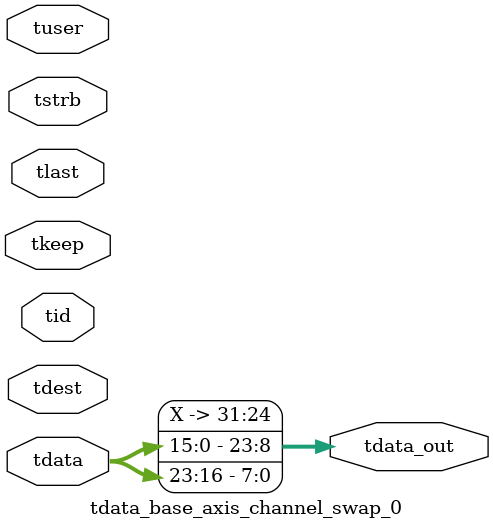
<source format=v>


`timescale 1ps/1ps

module tdata_base_axis_channel_swap_0 #
(
parameter C_S_AXIS_TDATA_WIDTH = 32,
parameter C_S_AXIS_TUSER_WIDTH = 0,
parameter C_S_AXIS_TID_WIDTH   = 0,
parameter C_S_AXIS_TDEST_WIDTH = 0,
parameter C_M_AXIS_TDATA_WIDTH = 32
)
(
input  [(C_S_AXIS_TDATA_WIDTH == 0 ? 1 : C_S_AXIS_TDATA_WIDTH)-1:0     ] tdata,
input  [(C_S_AXIS_TUSER_WIDTH == 0 ? 1 : C_S_AXIS_TUSER_WIDTH)-1:0     ] tuser,
input  [(C_S_AXIS_TID_WIDTH   == 0 ? 1 : C_S_AXIS_TID_WIDTH)-1:0       ] tid,
input  [(C_S_AXIS_TDEST_WIDTH == 0 ? 1 : C_S_AXIS_TDEST_WIDTH)-1:0     ] tdest,
input  [(C_S_AXIS_TDATA_WIDTH/8)-1:0 ] tkeep,
input  [(C_S_AXIS_TDATA_WIDTH/8)-1:0 ] tstrb,
input                                                                    tlast,
output [C_M_AXIS_TDATA_WIDTH-1:0] tdata_out
);

assign tdata_out = {tdata[39:24], tdata[47:40], tdata[15:0], tdata[23:16]};

endmodule


</source>
